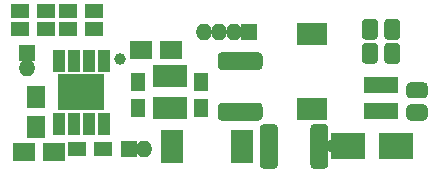
<source format=gbr>
G04 #@! TF.GenerationSoftware,KiCad,Pcbnew,(5.1.6)-1*
G04 #@! TF.CreationDate,2020-05-27T20:21:06+02:00*
G04 #@! TF.ProjectId,charger_stepup,63686172-6765-4725-9f73-74657075702e,rev?*
G04 #@! TF.SameCoordinates,Original*
G04 #@! TF.FileFunction,Soldermask,Top*
G04 #@! TF.FilePolarity,Negative*
%FSLAX46Y46*%
G04 Gerber Fmt 4.6, Leading zero omitted, Abs format (unit mm)*
G04 Created by KiCad (PCBNEW (5.1.6)-1) date 2020-05-27 20:21:06*
%MOMM*%
%LPD*%
G01*
G04 APERTURE LIST*
%ADD10R,1.900000X1.650000*%
%ADD11R,1.850000X0.850000*%
%ADD12R,1.300000X1.600000*%
%ADD13R,2.600000X1.900000*%
%ADD14R,2.900000X2.200000*%
%ADD15O,1.400000X1.400000*%
%ADD16R,1.400000X1.400000*%
%ADD17R,1.050000X1.460000*%
%ADD18R,1.650000X1.900000*%
%ADD19R,1.050000X1.960000*%
%ADD20R,1.600000X1.300000*%
%ADD21R,1.050000X1.900000*%
%ADD22R,4.000000X3.100000*%
%ADD23C,1.000000*%
G04 APERTURE END LIST*
G04 #@! TO.C,C5*
G36*
G01*
X145183000Y-71590888D02*
X145183000Y-74713112D01*
G75*
G02*
X144844112Y-75052000I-338888J0D01*
G01*
X143996888Y-75052000D01*
G75*
G02*
X143658000Y-74713112I0J338888D01*
G01*
X143658000Y-71590888D01*
G75*
G02*
X143996888Y-71252000I338888J0D01*
G01*
X144844112Y-71252000D01*
G75*
G02*
X145183000Y-71590888I0J-338888D01*
G01*
G37*
G36*
G01*
X149458000Y-71590888D02*
X149458000Y-74713112D01*
G75*
G02*
X149119112Y-75052000I-338888J0D01*
G01*
X148271888Y-75052000D01*
G75*
G02*
X147933000Y-74713112I0J338888D01*
G01*
X147933000Y-71590888D01*
G75*
G02*
X148271888Y-71252000I338888J0D01*
G01*
X149119112Y-71252000D01*
G75*
G02*
X149458000Y-71590888I0J-338888D01*
G01*
G37*
G04 #@! TD*
D10*
G04 #@! TO.C,C3*
X123718000Y-73660000D03*
X126218000Y-73660000D03*
G04 #@! TD*
D11*
G04 #@! TO.C,U3*
X136242000Y-72177000D03*
X136242000Y-72827000D03*
X136242000Y-73477000D03*
X136242000Y-74127000D03*
X142142000Y-74127000D03*
X142142000Y-73477000D03*
X142142000Y-72827000D03*
X142142000Y-72177000D03*
G04 #@! TD*
D12*
G04 #@! TO.C,R4*
X138684000Y-69934000D03*
X138684000Y-67734000D03*
G04 #@! TD*
G04 #@! TO.C,R6*
G36*
G01*
X154174000Y-65834250D02*
X154174000Y-64721750D01*
G75*
G02*
X154517750Y-64378000I343750J0D01*
G01*
X155205250Y-64378000D01*
G75*
G02*
X155549000Y-64721750I0J-343750D01*
G01*
X155549000Y-65834250D01*
G75*
G02*
X155205250Y-66178000I-343750J0D01*
G01*
X154517750Y-66178000D01*
G75*
G02*
X154174000Y-65834250I0J343750D01*
G01*
G37*
G36*
G01*
X152299000Y-65834250D02*
X152299000Y-64721750D01*
G75*
G02*
X152642750Y-64378000I343750J0D01*
G01*
X153330250Y-64378000D01*
G75*
G02*
X153674000Y-64721750I0J-343750D01*
G01*
X153674000Y-65834250D01*
G75*
G02*
X153330250Y-66178000I-343750J0D01*
G01*
X152642750Y-66178000D01*
G75*
G02*
X152299000Y-65834250I0J343750D01*
G01*
G37*
G04 #@! TD*
G04 #@! TO.C,C4*
G36*
G01*
X140424888Y-69447000D02*
X143547112Y-69447000D01*
G75*
G02*
X143886000Y-69785888I0J-338888D01*
G01*
X143886000Y-70633112D01*
G75*
G02*
X143547112Y-70972000I-338888J0D01*
G01*
X140424888Y-70972000D01*
G75*
G02*
X140086000Y-70633112I0J338888D01*
G01*
X140086000Y-69785888D01*
G75*
G02*
X140424888Y-69447000I338888J0D01*
G01*
G37*
G36*
G01*
X140424888Y-65172000D02*
X143547112Y-65172000D01*
G75*
G02*
X143886000Y-65510888I0J-338888D01*
G01*
X143886000Y-66358112D01*
G75*
G02*
X143547112Y-66697000I-338888J0D01*
G01*
X140424888Y-66697000D01*
G75*
G02*
X140086000Y-66358112I0J338888D01*
G01*
X140086000Y-65510888D01*
G75*
G02*
X140424888Y-65172000I338888J0D01*
G01*
G37*
G04 #@! TD*
G04 #@! TO.C,R7*
G36*
G01*
X156415750Y-69592000D02*
X157528250Y-69592000D01*
G75*
G02*
X157872000Y-69935750I0J-343750D01*
G01*
X157872000Y-70623250D01*
G75*
G02*
X157528250Y-70967000I-343750J0D01*
G01*
X156415750Y-70967000D01*
G75*
G02*
X156072000Y-70623250I0J343750D01*
G01*
X156072000Y-69935750D01*
G75*
G02*
X156415750Y-69592000I343750J0D01*
G01*
G37*
G36*
G01*
X156415750Y-67717000D02*
X157528250Y-67717000D01*
G75*
G02*
X157872000Y-68060750I0J-343750D01*
G01*
X157872000Y-68748250D01*
G75*
G02*
X157528250Y-69092000I-343750J0D01*
G01*
X156415750Y-69092000D01*
G75*
G02*
X156072000Y-68748250I0J343750D01*
G01*
X156072000Y-68060750D01*
G75*
G02*
X156415750Y-67717000I343750J0D01*
G01*
G37*
G04 #@! TD*
D13*
G04 #@! TO.C,L1*
X148082000Y-70002000D03*
X148082000Y-63602000D03*
G04 #@! TD*
D14*
G04 #@! TO.C,D3*
X155162000Y-73152000D03*
X151162000Y-73152000D03*
G04 #@! TD*
D15*
G04 #@! TO.C,Charge*
X123952000Y-66548000D03*
D16*
X123952000Y-65278000D03*
G04 #@! TD*
D15*
G04 #@! TO.C,Bat EN GND 5V*
X138938000Y-63500000D03*
X140208000Y-63500000D03*
X141478000Y-63500000D03*
D16*
X142748000Y-63500000D03*
G04 #@! TD*
D15*
G04 #@! TO.C,Bat-+*
X133858000Y-73406000D03*
D16*
X132588000Y-73406000D03*
G04 #@! TD*
D17*
G04 #@! TO.C,U4*
X153924000Y-67988000D03*
X152974000Y-67988000D03*
X154874000Y-67988000D03*
X154874000Y-70188000D03*
X153924000Y-70188000D03*
X152974000Y-70188000D03*
G04 #@! TD*
G04 #@! TO.C,R8*
G36*
G01*
X154174000Y-63802250D02*
X154174000Y-62689750D01*
G75*
G02*
X154517750Y-62346000I343750J0D01*
G01*
X155205250Y-62346000D01*
G75*
G02*
X155549000Y-62689750I0J-343750D01*
G01*
X155549000Y-63802250D01*
G75*
G02*
X155205250Y-64146000I-343750J0D01*
G01*
X154517750Y-64146000D01*
G75*
G02*
X154174000Y-63802250I0J343750D01*
G01*
G37*
G36*
G01*
X152299000Y-63802250D02*
X152299000Y-62689750D01*
G75*
G02*
X152642750Y-62346000I343750J0D01*
G01*
X153330250Y-62346000D01*
G75*
G02*
X153674000Y-62689750I0J-343750D01*
G01*
X153674000Y-63802250D01*
G75*
G02*
X153330250Y-64146000I-343750J0D01*
G01*
X152642750Y-64146000D01*
G75*
G02*
X152299000Y-63802250I0J343750D01*
G01*
G37*
G04 #@! TD*
D18*
G04 #@! TO.C,C1*
X124714000Y-68981000D03*
X124714000Y-71481000D03*
G04 #@! TD*
D10*
G04 #@! TO.C,C2*
X136124000Y-65024000D03*
X133624000Y-65024000D03*
G04 #@! TD*
D19*
G04 #@! TO.C,U2*
X135117800Y-69917300D03*
X136067800Y-69917300D03*
X137017800Y-69917300D03*
X137017800Y-67217300D03*
X135117800Y-67217300D03*
X136067800Y-67217300D03*
G04 #@! TD*
D20*
G04 #@! TO.C,R1*
X129624000Y-61722000D03*
X127424000Y-61722000D03*
G04 #@! TD*
G04 #@! TO.C,R2*
X129624000Y-63246000D03*
X127424000Y-63246000D03*
G04 #@! TD*
G04 #@! TO.C,R3*
X130386000Y-73406000D03*
X128186000Y-73406000D03*
G04 #@! TD*
D12*
G04 #@! TO.C,R5*
X133350000Y-69934000D03*
X133350000Y-67734000D03*
G04 #@! TD*
D20*
G04 #@! TO.C,D1*
X125560000Y-63246000D03*
X123360000Y-63246000D03*
G04 #@! TD*
G04 #@! TO.C,D2*
X125560000Y-61722000D03*
X123360000Y-61722000D03*
G04 #@! TD*
D21*
G04 #@! TO.C,U1*
X126619000Y-71280000D03*
X127889000Y-71280000D03*
X129159000Y-71280000D03*
X130429000Y-71280000D03*
X130429000Y-65880000D03*
X129159000Y-65880000D03*
X127889000Y-65880000D03*
X126619000Y-65880000D03*
D22*
X128524000Y-68580000D03*
G04 #@! TD*
D23*
X152908000Y-63246000D03*
X133604000Y-65024000D03*
X130386000Y-73406000D03*
X131826000Y-65786000D03*
X151130000Y-73152000D03*
X149606000Y-73152000D03*
M02*

</source>
